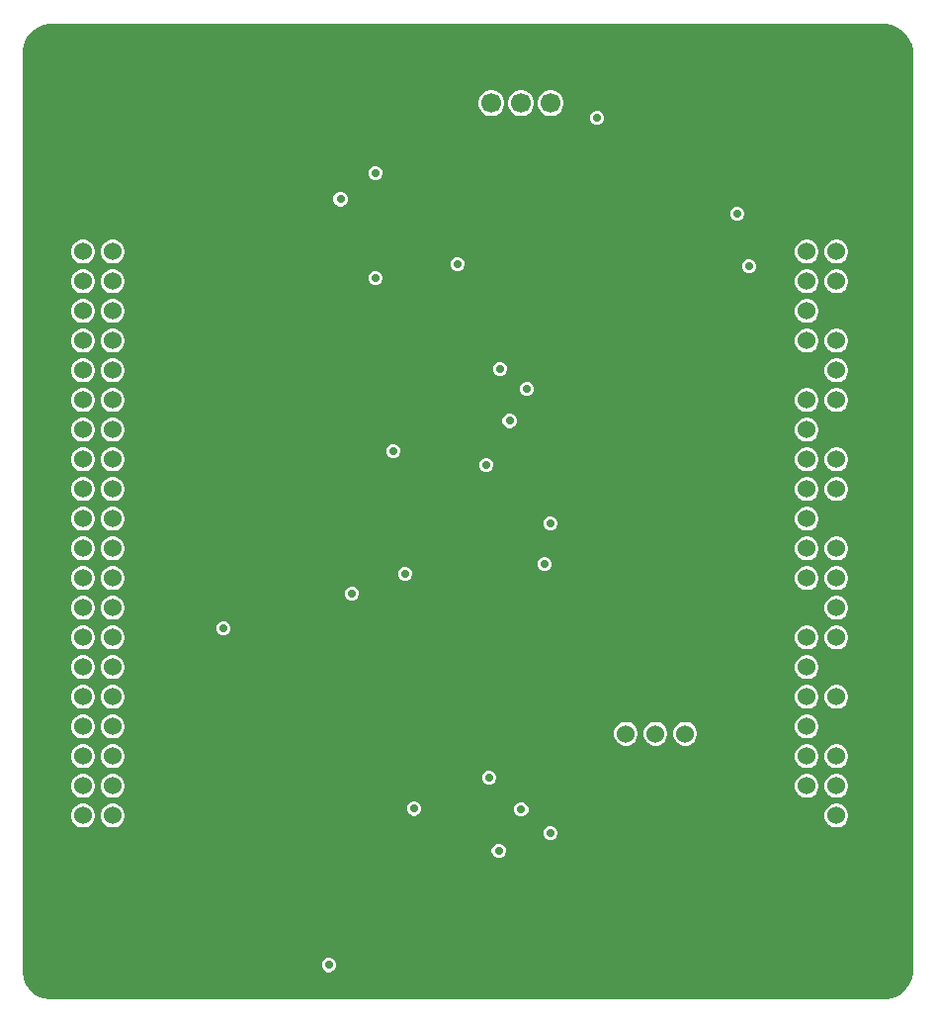
<source format=gbr>
%TF.GenerationSoftware,Altium Limited,Altium Designer,23.3.1 (30)*%
G04 Layer_Physical_Order=3*
G04 Layer_Color=16440176*
%FSLAX45Y45*%
%MOMM*%
%TF.SameCoordinates,CA382BF2-D798-45FE-BEC5-AB2A3CF063FF*%
%TF.FilePolarity,Positive*%
%TF.FileFunction,Copper,L3,Inr,Signal*%
%TF.Part,Single*%
G01*
G75*
%TA.AperFunction,ComponentPad*%
%ADD23C,1.70000*%
%ADD24C,1.52400*%
%TA.AperFunction,ViaPad*%
%ADD26C,4.00000*%
%ADD27C,0.70000*%
%ADD28C,0.80000*%
G36*
X13375214Y11164721D02*
X13421501Y11145606D01*
X13463164Y11117820D01*
X13498601Y11082434D01*
X13526445Y11040810D01*
X13545625Y10994550D01*
X13555405Y10945435D01*
X13555405Y10920395D01*
X13555405D01*
X13555405Y10920394D01*
X13555405Y3078395D01*
X13555405Y3053378D01*
X13545644Y3004306D01*
X13526495Y2958081D01*
X13498698Y2916479D01*
X13463319Y2881100D01*
X13421719Y2853303D01*
X13375493Y2834156D01*
X13326421Y2824395D01*
X13301404Y2824395D01*
X6179605D01*
X6154588Y2824395D01*
X6105516Y2834156D01*
X6059291Y2853303D01*
X6017690Y2881100D01*
X5982310Y2916479D01*
X5954513Y2958081D01*
X5935366Y3004306D01*
X5925605Y3053378D01*
X5925605Y3078395D01*
Y10920395D01*
X5925605Y10945412D01*
X5935366Y10994484D01*
X5954513Y11040709D01*
X5982310Y11082310D01*
X6017690Y11117689D01*
X6059291Y11145486D01*
X6105516Y11164633D01*
X6154588Y11174394D01*
X6179605D01*
X6179605Y11174395D01*
X13301045Y11174394D01*
X13326085Y11174430D01*
X13375214Y11164721D01*
D02*
G37*
%LPC*%
G36*
X10467889Y10605400D02*
X10438820D01*
X10410741Y10597876D01*
X10385567Y10583342D01*
X10365012Y10562787D01*
X10350478Y10537613D01*
X10342954Y10509534D01*
Y10480466D01*
X10350478Y10452387D01*
X10365012Y10427213D01*
X10385567Y10406658D01*
X10410741Y10392124D01*
X10438820Y10384600D01*
X10467889D01*
X10495967Y10392124D01*
X10521142Y10406658D01*
X10541696Y10427213D01*
X10556231Y10452387D01*
X10563754Y10480466D01*
Y10509534D01*
X10556231Y10537613D01*
X10541696Y10562787D01*
X10521142Y10583342D01*
X10495967Y10597876D01*
X10467889Y10605400D01*
D02*
G37*
G36*
X10213889D02*
X10184820D01*
X10156741Y10597876D01*
X10131567Y10583342D01*
X10111012Y10562787D01*
X10096478Y10537613D01*
X10088954Y10509534D01*
Y10480466D01*
X10096478Y10452387D01*
X10111012Y10427213D01*
X10131567Y10406658D01*
X10156741Y10392124D01*
X10184820Y10384600D01*
X10213889D01*
X10241967Y10392124D01*
X10267142Y10406658D01*
X10287696Y10427213D01*
X10302231Y10452387D01*
X10309754Y10480466D01*
Y10509534D01*
X10302231Y10537613D01*
X10287696Y10562787D01*
X10267142Y10583342D01*
X10241967Y10597876D01*
X10213889Y10605400D01*
D02*
G37*
G36*
X9959889D02*
X9930820D01*
X9902741Y10597876D01*
X9877567Y10583342D01*
X9857012Y10562787D01*
X9842478Y10537613D01*
X9834954Y10509534D01*
Y10480466D01*
X9842478Y10452387D01*
X9857012Y10427213D01*
X9877567Y10406658D01*
X9902741Y10392124D01*
X9930820Y10384600D01*
X9959889D01*
X9987967Y10392124D01*
X10013142Y10406658D01*
X10033696Y10427213D01*
X10048231Y10452387D01*
X10055754Y10480466D01*
Y10509534D01*
X10048231Y10537613D01*
X10033696Y10562787D01*
X10013142Y10583342D01*
X9987967Y10597876D01*
X9959889Y10605400D01*
D02*
G37*
G36*
X10861368Y10430400D02*
X10837340D01*
X10815140Y10421205D01*
X10798150Y10404214D01*
X10788954Y10382014D01*
Y10357986D01*
X10798150Y10335786D01*
X10815140Y10318795D01*
X10837340Y10309600D01*
X10861368D01*
X10883568Y10318795D01*
X10900559Y10335786D01*
X10909754Y10357986D01*
Y10382014D01*
X10900559Y10404214D01*
X10883568Y10421205D01*
X10861368Y10430400D01*
D02*
G37*
G36*
X8962014Y9960400D02*
X8937986D01*
X8915786Y9951205D01*
X8898795Y9934214D01*
X8889600Y9912014D01*
Y9887986D01*
X8898795Y9865786D01*
X8915786Y9848795D01*
X8937986Y9839600D01*
X8962014D01*
X8984214Y9848795D01*
X9001205Y9865786D01*
X9010400Y9887986D01*
Y9912014D01*
X9001205Y9934214D01*
X8984214Y9951205D01*
X8962014Y9960400D01*
D02*
G37*
G36*
X8663863Y9733748D02*
X8639834D01*
X8617635Y9724553D01*
X8600644Y9707562D01*
X8591449Y9685362D01*
Y9661334D01*
X8600644Y9639134D01*
X8617635Y9622144D01*
X8639834Y9612948D01*
X8663863D01*
X8686062Y9622144D01*
X8703053Y9639134D01*
X8712249Y9661334D01*
Y9685362D01*
X8703053Y9707562D01*
X8686062Y9724553D01*
X8663863Y9733748D01*
D02*
G37*
G36*
X12062014Y9610400D02*
X12037986D01*
X12015786Y9601205D01*
X11998795Y9584214D01*
X11989600Y9562014D01*
Y9537986D01*
X11998795Y9515786D01*
X12015786Y9498795D01*
X12037986Y9489600D01*
X12062014D01*
X12084214Y9498795D01*
X12101205Y9515786D01*
X12110400Y9537986D01*
Y9562014D01*
X12101205Y9584214D01*
X12084214Y9601205D01*
X12062014Y9610400D01*
D02*
G37*
G36*
X12913376Y9325600D02*
X12886624D01*
X12860783Y9318676D01*
X12837616Y9305300D01*
X12818700Y9286384D01*
X12805324Y9263216D01*
X12798400Y9237376D01*
Y9210624D01*
X12805324Y9184784D01*
X12818700Y9161616D01*
X12837616Y9142700D01*
X12860783Y9129324D01*
X12886624Y9122400D01*
X12913376D01*
X12939217Y9129324D01*
X12962384Y9142700D01*
X12981300Y9161616D01*
X12994676Y9184784D01*
X13001601Y9210624D01*
Y9237376D01*
X12994676Y9263216D01*
X12981300Y9286384D01*
X12962384Y9305300D01*
X12939217Y9318676D01*
X12913376Y9325600D01*
D02*
G37*
G36*
X12659376D02*
X12632624D01*
X12606784Y9318676D01*
X12583616Y9305300D01*
X12564700Y9286384D01*
X12551324Y9263216D01*
X12544400Y9237376D01*
Y9210624D01*
X12551324Y9184784D01*
X12564700Y9161616D01*
X12583616Y9142700D01*
X12606784Y9129324D01*
X12632624Y9122400D01*
X12659376D01*
X12685216Y9129324D01*
X12708384Y9142700D01*
X12727300Y9161616D01*
X12740676Y9184784D01*
X12747600Y9210624D01*
Y9237376D01*
X12740676Y9263216D01*
X12727300Y9286384D01*
X12708384Y9305300D01*
X12685216Y9318676D01*
X12659376Y9325600D01*
D02*
G37*
G36*
X6713376D02*
X6686624D01*
X6660784Y9318676D01*
X6637616Y9305300D01*
X6618700Y9286384D01*
X6605324Y9263216D01*
X6598400Y9237376D01*
Y9210624D01*
X6605324Y9184784D01*
X6618700Y9161616D01*
X6637616Y9142700D01*
X6660784Y9129324D01*
X6686624Y9122400D01*
X6713376D01*
X6739216Y9129324D01*
X6762384Y9142700D01*
X6781300Y9161616D01*
X6794676Y9184784D01*
X6801600Y9210624D01*
Y9237376D01*
X6794676Y9263216D01*
X6781300Y9286384D01*
X6762384Y9305300D01*
X6739216Y9318676D01*
X6713376Y9325600D01*
D02*
G37*
G36*
X6459376D02*
X6432624D01*
X6406784Y9318676D01*
X6383616Y9305300D01*
X6364700Y9286384D01*
X6351324Y9263216D01*
X6344400Y9237376D01*
Y9210624D01*
X6351324Y9184784D01*
X6364700Y9161616D01*
X6383616Y9142700D01*
X6406784Y9129324D01*
X6432624Y9122400D01*
X6459376D01*
X6485216Y9129324D01*
X6508384Y9142700D01*
X6527300Y9161616D01*
X6540676Y9184784D01*
X6547600Y9210624D01*
Y9237376D01*
X6540676Y9263216D01*
X6527300Y9286384D01*
X6508384Y9305300D01*
X6485216Y9318676D01*
X6459376Y9325600D01*
D02*
G37*
G36*
X9665369Y9180400D02*
X9641340D01*
X9619141Y9171205D01*
X9602150Y9154214D01*
X9592954Y9132014D01*
Y9107986D01*
X9602150Y9085786D01*
X9619141Y9068795D01*
X9641340Y9059600D01*
X9665369D01*
X9687568Y9068795D01*
X9704559Y9085786D01*
X9713754Y9107986D01*
Y9132014D01*
X9704559Y9154214D01*
X9687568Y9171205D01*
X9665369Y9180400D01*
D02*
G37*
G36*
X12162014Y9160400D02*
X12137986D01*
X12115786Y9151205D01*
X12098795Y9134214D01*
X12089600Y9112014D01*
Y9087986D01*
X12098795Y9065786D01*
X12115786Y9048795D01*
X12137986Y9039600D01*
X12162014D01*
X12184214Y9048795D01*
X12201205Y9065786D01*
X12210400Y9087986D01*
Y9112014D01*
X12201205Y9134214D01*
X12184214Y9151205D01*
X12162014Y9160400D01*
D02*
G37*
G36*
X8962014Y9060400D02*
X8937986D01*
X8915786Y9051205D01*
X8898795Y9034214D01*
X8889600Y9012014D01*
Y8987986D01*
X8898795Y8965786D01*
X8915786Y8948795D01*
X8937986Y8939600D01*
X8962014D01*
X8984214Y8948795D01*
X9001205Y8965786D01*
X9010400Y8987986D01*
Y9012014D01*
X9001205Y9034214D01*
X8984214Y9051205D01*
X8962014Y9060400D01*
D02*
G37*
G36*
X12913376Y9071600D02*
X12886624D01*
X12860783Y9064676D01*
X12837616Y9051300D01*
X12818700Y9032384D01*
X12805324Y9009216D01*
X12798400Y8983376D01*
Y8956624D01*
X12805324Y8930784D01*
X12818700Y8907616D01*
X12837616Y8888700D01*
X12860783Y8875324D01*
X12886624Y8868400D01*
X12913376D01*
X12939217Y8875324D01*
X12962384Y8888700D01*
X12981300Y8907616D01*
X12994676Y8930784D01*
X13001601Y8956624D01*
Y8983376D01*
X12994676Y9009216D01*
X12981300Y9032384D01*
X12962384Y9051300D01*
X12939217Y9064676D01*
X12913376Y9071600D01*
D02*
G37*
G36*
X12659376D02*
X12632624D01*
X12606784Y9064676D01*
X12583616Y9051300D01*
X12564700Y9032384D01*
X12551324Y9009216D01*
X12544400Y8983376D01*
Y8956624D01*
X12551324Y8930784D01*
X12564700Y8907616D01*
X12583616Y8888700D01*
X12606784Y8875324D01*
X12632624Y8868400D01*
X12659376D01*
X12685216Y8875324D01*
X12708384Y8888700D01*
X12727300Y8907616D01*
X12740676Y8930784D01*
X12747600Y8956624D01*
Y8983376D01*
X12740676Y9009216D01*
X12727300Y9032384D01*
X12708384Y9051300D01*
X12685216Y9064676D01*
X12659376Y9071600D01*
D02*
G37*
G36*
X6713376D02*
X6686624D01*
X6660784Y9064676D01*
X6637616Y9051300D01*
X6618700Y9032384D01*
X6605324Y9009216D01*
X6598400Y8983376D01*
Y8956624D01*
X6605324Y8930784D01*
X6618700Y8907616D01*
X6637616Y8888700D01*
X6660784Y8875324D01*
X6686624Y8868400D01*
X6713376D01*
X6739216Y8875324D01*
X6762384Y8888700D01*
X6781300Y8907616D01*
X6794676Y8930784D01*
X6801600Y8956624D01*
Y8983376D01*
X6794676Y9009216D01*
X6781300Y9032384D01*
X6762384Y9051300D01*
X6739216Y9064676D01*
X6713376Y9071600D01*
D02*
G37*
G36*
X6459376D02*
X6432624D01*
X6406784Y9064676D01*
X6383616Y9051300D01*
X6364700Y9032384D01*
X6351324Y9009216D01*
X6344400Y8983376D01*
Y8956624D01*
X6351324Y8930784D01*
X6364700Y8907616D01*
X6383616Y8888700D01*
X6406784Y8875324D01*
X6432624Y8868400D01*
X6459376D01*
X6485216Y8875324D01*
X6508384Y8888700D01*
X6527300Y8907616D01*
X6540676Y8930784D01*
X6547600Y8956624D01*
Y8983376D01*
X6540676Y9009216D01*
X6527300Y9032384D01*
X6508384Y9051300D01*
X6485216Y9064676D01*
X6459376Y9071600D01*
D02*
G37*
G36*
X12659376Y8817600D02*
X12632624D01*
X12606784Y8810676D01*
X12583616Y8797300D01*
X12564700Y8778384D01*
X12551324Y8755216D01*
X12544400Y8729376D01*
Y8702624D01*
X12551324Y8676784D01*
X12564700Y8653616D01*
X12583616Y8634700D01*
X12606784Y8621324D01*
X12632624Y8614400D01*
X12659376D01*
X12685216Y8621324D01*
X12708384Y8634700D01*
X12727300Y8653616D01*
X12740676Y8676784D01*
X12747600Y8702624D01*
Y8729376D01*
X12740676Y8755216D01*
X12727300Y8778384D01*
X12708384Y8797300D01*
X12685216Y8810676D01*
X12659376Y8817600D01*
D02*
G37*
G36*
X6713376D02*
X6686624D01*
X6660784Y8810676D01*
X6637616Y8797300D01*
X6618700Y8778384D01*
X6605324Y8755216D01*
X6598400Y8729376D01*
Y8702624D01*
X6605324Y8676784D01*
X6618700Y8653616D01*
X6637616Y8634700D01*
X6660784Y8621324D01*
X6686624Y8614400D01*
X6713376D01*
X6739216Y8621324D01*
X6762384Y8634700D01*
X6781300Y8653616D01*
X6794676Y8676784D01*
X6801600Y8702624D01*
Y8729376D01*
X6794676Y8755216D01*
X6781300Y8778384D01*
X6762384Y8797300D01*
X6739216Y8810676D01*
X6713376Y8817600D01*
D02*
G37*
G36*
X6459376D02*
X6432624D01*
X6406784Y8810676D01*
X6383616Y8797300D01*
X6364700Y8778384D01*
X6351324Y8755216D01*
X6344400Y8729376D01*
Y8702624D01*
X6351324Y8676784D01*
X6364700Y8653616D01*
X6383616Y8634700D01*
X6406784Y8621324D01*
X6432624Y8614400D01*
X6459376D01*
X6485216Y8621324D01*
X6508384Y8634700D01*
X6527300Y8653616D01*
X6540676Y8676784D01*
X6547600Y8702624D01*
Y8729376D01*
X6540676Y8755216D01*
X6527300Y8778384D01*
X6508384Y8797300D01*
X6485216Y8810676D01*
X6459376Y8817600D01*
D02*
G37*
G36*
X12913376Y8563600D02*
X12886624D01*
X12860783Y8556676D01*
X12837616Y8543300D01*
X12818700Y8524384D01*
X12805324Y8501216D01*
X12798400Y8475376D01*
Y8448624D01*
X12805324Y8422784D01*
X12818700Y8399616D01*
X12837616Y8380700D01*
X12860783Y8367324D01*
X12886624Y8360400D01*
X12913376D01*
X12939217Y8367324D01*
X12962384Y8380700D01*
X12981300Y8399616D01*
X12994676Y8422784D01*
X13001601Y8448624D01*
Y8475376D01*
X12994676Y8501216D01*
X12981300Y8524384D01*
X12962384Y8543300D01*
X12939217Y8556676D01*
X12913376Y8563600D01*
D02*
G37*
G36*
X12659376D02*
X12632624D01*
X12606784Y8556676D01*
X12583616Y8543300D01*
X12564700Y8524384D01*
X12551324Y8501216D01*
X12544400Y8475376D01*
Y8448624D01*
X12551324Y8422784D01*
X12564700Y8399616D01*
X12583616Y8380700D01*
X12606784Y8367324D01*
X12632624Y8360400D01*
X12659376D01*
X12685216Y8367324D01*
X12708384Y8380700D01*
X12727300Y8399616D01*
X12740676Y8422784D01*
X12747600Y8448624D01*
Y8475376D01*
X12740676Y8501216D01*
X12727300Y8524384D01*
X12708384Y8543300D01*
X12685216Y8556676D01*
X12659376Y8563600D01*
D02*
G37*
G36*
X6713376D02*
X6686624D01*
X6660784Y8556676D01*
X6637616Y8543300D01*
X6618700Y8524384D01*
X6605324Y8501216D01*
X6598400Y8475376D01*
Y8448624D01*
X6605324Y8422784D01*
X6618700Y8399616D01*
X6637616Y8380700D01*
X6660784Y8367324D01*
X6686624Y8360400D01*
X6713376D01*
X6739216Y8367324D01*
X6762384Y8380700D01*
X6781300Y8399616D01*
X6794676Y8422784D01*
X6801600Y8448624D01*
Y8475376D01*
X6794676Y8501216D01*
X6781300Y8524384D01*
X6762384Y8543300D01*
X6739216Y8556676D01*
X6713376Y8563600D01*
D02*
G37*
G36*
X6459376D02*
X6432624D01*
X6406784Y8556676D01*
X6383616Y8543300D01*
X6364700Y8524384D01*
X6351324Y8501216D01*
X6344400Y8475376D01*
Y8448624D01*
X6351324Y8422784D01*
X6364700Y8399616D01*
X6383616Y8380700D01*
X6406784Y8367324D01*
X6432624Y8360400D01*
X6459376D01*
X6485216Y8367324D01*
X6508384Y8380700D01*
X6527300Y8399616D01*
X6540676Y8422784D01*
X6547600Y8448624D01*
Y8475376D01*
X6540676Y8501216D01*
X6527300Y8524384D01*
X6508384Y8543300D01*
X6485216Y8556676D01*
X6459376Y8563600D01*
D02*
G37*
G36*
X10030041Y8283104D02*
X10006013D01*
X9983813Y8273909D01*
X9966823Y8256918D01*
X9957627Y8234718D01*
Y8210690D01*
X9966823Y8188490D01*
X9983813Y8171499D01*
X10006013Y8162304D01*
X10030041D01*
X10052241Y8171499D01*
X10069232Y8188490D01*
X10078427Y8210690D01*
Y8234718D01*
X10069232Y8256918D01*
X10052241Y8273909D01*
X10030041Y8283104D01*
D02*
G37*
G36*
X12913376Y8309600D02*
X12886624D01*
X12860783Y8302676D01*
X12837616Y8289300D01*
X12818700Y8270384D01*
X12805324Y8247216D01*
X12798400Y8221376D01*
Y8194624D01*
X12805324Y8168784D01*
X12818700Y8145616D01*
X12837616Y8126700D01*
X12860783Y8113324D01*
X12886624Y8106400D01*
X12913376D01*
X12939217Y8113324D01*
X12962384Y8126700D01*
X12981300Y8145616D01*
X12994676Y8168784D01*
X13001601Y8194624D01*
Y8221376D01*
X12994676Y8247216D01*
X12981300Y8270384D01*
X12962384Y8289300D01*
X12939217Y8302676D01*
X12913376Y8309600D01*
D02*
G37*
G36*
X6713376D02*
X6686624D01*
X6660784Y8302676D01*
X6637616Y8289300D01*
X6618700Y8270384D01*
X6605324Y8247216D01*
X6598400Y8221376D01*
Y8194624D01*
X6605324Y8168784D01*
X6618700Y8145616D01*
X6637616Y8126700D01*
X6660784Y8113324D01*
X6686624Y8106400D01*
X6713376D01*
X6739216Y8113324D01*
X6762384Y8126700D01*
X6781300Y8145616D01*
X6794676Y8168784D01*
X6801600Y8194624D01*
Y8221376D01*
X6794676Y8247216D01*
X6781300Y8270384D01*
X6762384Y8289300D01*
X6739216Y8302676D01*
X6713376Y8309600D01*
D02*
G37*
G36*
X6459376D02*
X6432624D01*
X6406784Y8302676D01*
X6383616Y8289300D01*
X6364700Y8270384D01*
X6351324Y8247216D01*
X6344400Y8221376D01*
Y8194624D01*
X6351324Y8168784D01*
X6364700Y8145616D01*
X6383616Y8126700D01*
X6406784Y8113324D01*
X6432624Y8106400D01*
X6459376D01*
X6485216Y8113324D01*
X6508384Y8126700D01*
X6527300Y8145616D01*
X6540676Y8168784D01*
X6547600Y8194624D01*
Y8221376D01*
X6540676Y8247216D01*
X6527300Y8270384D01*
X6508384Y8289300D01*
X6485216Y8302676D01*
X6459376Y8309600D01*
D02*
G37*
G36*
X10262014Y8110400D02*
X10237986D01*
X10215786Y8101205D01*
X10198795Y8084214D01*
X10189600Y8062014D01*
Y8037986D01*
X10198795Y8015786D01*
X10215786Y7998795D01*
X10237986Y7989600D01*
X10262014D01*
X10284214Y7998795D01*
X10301205Y8015786D01*
X10310400Y8037986D01*
Y8062014D01*
X10301205Y8084214D01*
X10284214Y8101205D01*
X10262014Y8110400D01*
D02*
G37*
G36*
X12913376Y8055600D02*
X12886624D01*
X12860783Y8048676D01*
X12837616Y8035300D01*
X12818700Y8016384D01*
X12805324Y7993216D01*
X12798400Y7967376D01*
Y7940624D01*
X12805324Y7914784D01*
X12818700Y7891616D01*
X12837616Y7872700D01*
X12860783Y7859324D01*
X12886624Y7852400D01*
X12913376D01*
X12939217Y7859324D01*
X12962384Y7872700D01*
X12981300Y7891616D01*
X12994676Y7914784D01*
X13001601Y7940624D01*
Y7967376D01*
X12994676Y7993216D01*
X12981300Y8016384D01*
X12962384Y8035300D01*
X12939217Y8048676D01*
X12913376Y8055600D01*
D02*
G37*
G36*
X12659376D02*
X12632624D01*
X12606784Y8048676D01*
X12583616Y8035300D01*
X12564700Y8016384D01*
X12551324Y7993216D01*
X12544400Y7967376D01*
Y7940624D01*
X12551324Y7914784D01*
X12564700Y7891616D01*
X12583616Y7872700D01*
X12606784Y7859324D01*
X12632624Y7852400D01*
X12659376D01*
X12685216Y7859324D01*
X12708384Y7872700D01*
X12727300Y7891616D01*
X12740676Y7914784D01*
X12747600Y7940624D01*
Y7967376D01*
X12740676Y7993216D01*
X12727300Y8016384D01*
X12708384Y8035300D01*
X12685216Y8048676D01*
X12659376Y8055600D01*
D02*
G37*
G36*
X6713376D02*
X6686624D01*
X6660784Y8048676D01*
X6637616Y8035300D01*
X6618700Y8016384D01*
X6605324Y7993216D01*
X6598400Y7967376D01*
Y7940624D01*
X6605324Y7914784D01*
X6618700Y7891616D01*
X6637616Y7872700D01*
X6660784Y7859324D01*
X6686624Y7852400D01*
X6713376D01*
X6739216Y7859324D01*
X6762384Y7872700D01*
X6781300Y7891616D01*
X6794676Y7914784D01*
X6801600Y7940624D01*
Y7967376D01*
X6794676Y7993216D01*
X6781300Y8016384D01*
X6762384Y8035300D01*
X6739216Y8048676D01*
X6713376Y8055600D01*
D02*
G37*
G36*
X6459376D02*
X6432624D01*
X6406784Y8048676D01*
X6383616Y8035300D01*
X6364700Y8016384D01*
X6351324Y7993216D01*
X6344400Y7967376D01*
Y7940624D01*
X6351324Y7914784D01*
X6364700Y7891616D01*
X6383616Y7872700D01*
X6406784Y7859324D01*
X6432624Y7852400D01*
X6459376D01*
X6485216Y7859324D01*
X6508384Y7872700D01*
X6527300Y7891616D01*
X6540676Y7914784D01*
X6547600Y7940624D01*
Y7967376D01*
X6540676Y7993216D01*
X6527300Y8016384D01*
X6508384Y8035300D01*
X6485216Y8048676D01*
X6459376Y8055600D01*
D02*
G37*
G36*
X10112014Y7837400D02*
X10087986D01*
X10065786Y7828205D01*
X10048795Y7811214D01*
X10039600Y7789014D01*
Y7764986D01*
X10048795Y7742786D01*
X10065786Y7725796D01*
X10087986Y7716600D01*
X10112014D01*
X10134214Y7725796D01*
X10151205Y7742786D01*
X10160400Y7764986D01*
Y7789014D01*
X10151205Y7811214D01*
X10134214Y7828205D01*
X10112014Y7837400D01*
D02*
G37*
G36*
X12659376Y7801600D02*
X12632624D01*
X12606784Y7794676D01*
X12583616Y7781300D01*
X12564700Y7762384D01*
X12551324Y7739216D01*
X12544400Y7713376D01*
Y7686624D01*
X12551324Y7660784D01*
X12564700Y7637616D01*
X12583616Y7618700D01*
X12606784Y7605324D01*
X12632624Y7598400D01*
X12659376D01*
X12685216Y7605324D01*
X12708384Y7618700D01*
X12727300Y7637616D01*
X12740676Y7660784D01*
X12747600Y7686624D01*
Y7713376D01*
X12740676Y7739216D01*
X12727300Y7762384D01*
X12708384Y7781300D01*
X12685216Y7794676D01*
X12659376Y7801600D01*
D02*
G37*
G36*
X6713376D02*
X6686624D01*
X6660784Y7794676D01*
X6637616Y7781300D01*
X6618700Y7762384D01*
X6605324Y7739216D01*
X6598400Y7713376D01*
Y7686624D01*
X6605324Y7660784D01*
X6618700Y7637616D01*
X6637616Y7618700D01*
X6660784Y7605324D01*
X6686624Y7598400D01*
X6713376D01*
X6739216Y7605324D01*
X6762384Y7618700D01*
X6781300Y7637616D01*
X6794676Y7660784D01*
X6801600Y7686624D01*
Y7713376D01*
X6794676Y7739216D01*
X6781300Y7762384D01*
X6762384Y7781300D01*
X6739216Y7794676D01*
X6713376Y7801600D01*
D02*
G37*
G36*
X6459376D02*
X6432624D01*
X6406784Y7794676D01*
X6383616Y7781300D01*
X6364700Y7762384D01*
X6351324Y7739216D01*
X6344400Y7713376D01*
Y7686624D01*
X6351324Y7660784D01*
X6364700Y7637616D01*
X6383616Y7618700D01*
X6406784Y7605324D01*
X6432624Y7598400D01*
X6459376D01*
X6485216Y7605324D01*
X6508384Y7618700D01*
X6527300Y7637616D01*
X6540676Y7660784D01*
X6547600Y7686624D01*
Y7713376D01*
X6540676Y7739216D01*
X6527300Y7762384D01*
X6508384Y7781300D01*
X6485216Y7794676D01*
X6459376Y7801600D01*
D02*
G37*
G36*
X9115368Y7580400D02*
X9091340D01*
X9069140Y7571205D01*
X9052150Y7554214D01*
X9042954Y7532014D01*
Y7507986D01*
X9052150Y7485786D01*
X9069140Y7468795D01*
X9091340Y7459600D01*
X9115368D01*
X9137568Y7468795D01*
X9154559Y7485786D01*
X9163754Y7507986D01*
Y7532014D01*
X9154559Y7554214D01*
X9137568Y7571205D01*
X9115368Y7580400D01*
D02*
G37*
G36*
X12913376Y7547600D02*
X12886624D01*
X12860783Y7540676D01*
X12837616Y7527300D01*
X12818700Y7508384D01*
X12805324Y7485216D01*
X12798400Y7459376D01*
Y7432624D01*
X12805324Y7406784D01*
X12818700Y7383616D01*
X12837616Y7364700D01*
X12860783Y7351324D01*
X12886624Y7344400D01*
X12913376D01*
X12939217Y7351324D01*
X12962384Y7364700D01*
X12981300Y7383616D01*
X12994676Y7406784D01*
X13001601Y7432624D01*
Y7459376D01*
X12994676Y7485216D01*
X12981300Y7508384D01*
X12962384Y7527300D01*
X12939217Y7540676D01*
X12913376Y7547600D01*
D02*
G37*
G36*
X12659376D02*
X12632624D01*
X12606784Y7540676D01*
X12583616Y7527300D01*
X12564700Y7508384D01*
X12551324Y7485216D01*
X12544400Y7459376D01*
Y7432624D01*
X12551324Y7406784D01*
X12564700Y7383616D01*
X12583616Y7364700D01*
X12606784Y7351324D01*
X12632624Y7344400D01*
X12659376D01*
X12685216Y7351324D01*
X12708384Y7364700D01*
X12727300Y7383616D01*
X12740676Y7406784D01*
X12747600Y7432624D01*
Y7459376D01*
X12740676Y7485216D01*
X12727300Y7508384D01*
X12708384Y7527300D01*
X12685216Y7540676D01*
X12659376Y7547600D01*
D02*
G37*
G36*
X6713376D02*
X6686624D01*
X6660784Y7540676D01*
X6637616Y7527300D01*
X6618700Y7508384D01*
X6605324Y7485216D01*
X6598400Y7459376D01*
Y7432624D01*
X6605324Y7406784D01*
X6618700Y7383616D01*
X6637616Y7364700D01*
X6660784Y7351324D01*
X6686624Y7344400D01*
X6713376D01*
X6739216Y7351324D01*
X6762384Y7364700D01*
X6781300Y7383616D01*
X6794676Y7406784D01*
X6801600Y7432624D01*
Y7459376D01*
X6794676Y7485216D01*
X6781300Y7508384D01*
X6762384Y7527300D01*
X6739216Y7540676D01*
X6713376Y7547600D01*
D02*
G37*
G36*
X6459376D02*
X6432624D01*
X6406784Y7540676D01*
X6383616Y7527300D01*
X6364700Y7508384D01*
X6351324Y7485216D01*
X6344400Y7459376D01*
Y7432624D01*
X6351324Y7406784D01*
X6364700Y7383616D01*
X6383616Y7364700D01*
X6406784Y7351324D01*
X6432624Y7344400D01*
X6459376D01*
X6485216Y7351324D01*
X6508384Y7364700D01*
X6527300Y7383616D01*
X6540676Y7406784D01*
X6547600Y7432624D01*
Y7459376D01*
X6540676Y7485216D01*
X6527300Y7508384D01*
X6508384Y7527300D01*
X6485216Y7540676D01*
X6459376Y7547600D01*
D02*
G37*
G36*
X9912014Y7460400D02*
X9887986D01*
X9865786Y7451205D01*
X9848795Y7434214D01*
X9839600Y7412014D01*
Y7387986D01*
X9848795Y7365786D01*
X9865786Y7348795D01*
X9887986Y7339600D01*
X9912014D01*
X9934214Y7348795D01*
X9951205Y7365786D01*
X9960400Y7387986D01*
Y7412014D01*
X9951205Y7434214D01*
X9934214Y7451205D01*
X9912014Y7460400D01*
D02*
G37*
G36*
X12913376Y7293600D02*
X12886624D01*
X12860783Y7286676D01*
X12837616Y7273300D01*
X12818700Y7254384D01*
X12805324Y7231216D01*
X12798400Y7205376D01*
Y7178624D01*
X12805324Y7152784D01*
X12818700Y7129616D01*
X12837616Y7110700D01*
X12860783Y7097324D01*
X12886624Y7090400D01*
X12913376D01*
X12939217Y7097324D01*
X12962384Y7110700D01*
X12981300Y7129616D01*
X12994676Y7152784D01*
X13001601Y7178624D01*
Y7205376D01*
X12994676Y7231216D01*
X12981300Y7254384D01*
X12962384Y7273300D01*
X12939217Y7286676D01*
X12913376Y7293600D01*
D02*
G37*
G36*
X12659376D02*
X12632624D01*
X12606784Y7286676D01*
X12583616Y7273300D01*
X12564700Y7254384D01*
X12551324Y7231216D01*
X12544400Y7205376D01*
Y7178624D01*
X12551324Y7152784D01*
X12564700Y7129616D01*
X12583616Y7110700D01*
X12606784Y7097324D01*
X12632624Y7090400D01*
X12659376D01*
X12685216Y7097324D01*
X12708384Y7110700D01*
X12727300Y7129616D01*
X12740676Y7152784D01*
X12747600Y7178624D01*
Y7205376D01*
X12740676Y7231216D01*
X12727300Y7254384D01*
X12708384Y7273300D01*
X12685216Y7286676D01*
X12659376Y7293600D01*
D02*
G37*
G36*
X6713376D02*
X6686624D01*
X6660784Y7286676D01*
X6637616Y7273300D01*
X6618700Y7254384D01*
X6605324Y7231216D01*
X6598400Y7205376D01*
Y7178624D01*
X6605324Y7152784D01*
X6618700Y7129616D01*
X6637616Y7110700D01*
X6660784Y7097324D01*
X6686624Y7090400D01*
X6713376D01*
X6739216Y7097324D01*
X6762384Y7110700D01*
X6781300Y7129616D01*
X6794676Y7152784D01*
X6801600Y7178624D01*
Y7205376D01*
X6794676Y7231216D01*
X6781300Y7254384D01*
X6762384Y7273300D01*
X6739216Y7286676D01*
X6713376Y7293600D01*
D02*
G37*
G36*
X6459376D02*
X6432624D01*
X6406784Y7286676D01*
X6383616Y7273300D01*
X6364700Y7254384D01*
X6351324Y7231216D01*
X6344400Y7205376D01*
Y7178624D01*
X6351324Y7152784D01*
X6364700Y7129616D01*
X6383616Y7110700D01*
X6406784Y7097324D01*
X6432624Y7090400D01*
X6459376D01*
X6485216Y7097324D01*
X6508384Y7110700D01*
X6527300Y7129616D01*
X6540676Y7152784D01*
X6547600Y7178624D01*
Y7205376D01*
X6540676Y7231216D01*
X6527300Y7254384D01*
X6508384Y7273300D01*
X6485216Y7286676D01*
X6459376Y7293600D01*
D02*
G37*
G36*
X10462014Y6960400D02*
X10437986D01*
X10415786Y6951205D01*
X10398795Y6934214D01*
X10389600Y6912014D01*
Y6887986D01*
X10398795Y6865786D01*
X10415786Y6848795D01*
X10437986Y6839600D01*
X10462014D01*
X10484214Y6848795D01*
X10501205Y6865786D01*
X10510400Y6887986D01*
Y6912014D01*
X10501205Y6934214D01*
X10484214Y6951205D01*
X10462014Y6960400D01*
D02*
G37*
G36*
X12659376Y7039600D02*
X12632624D01*
X12606784Y7032676D01*
X12583616Y7019300D01*
X12564700Y7000384D01*
X12551324Y6977216D01*
X12544400Y6951376D01*
Y6924624D01*
X12551324Y6898784D01*
X12564700Y6875616D01*
X12583616Y6856700D01*
X12606784Y6843324D01*
X12632624Y6836400D01*
X12659376D01*
X12685216Y6843324D01*
X12708384Y6856700D01*
X12727300Y6875616D01*
X12740676Y6898784D01*
X12747600Y6924624D01*
Y6951376D01*
X12740676Y6977216D01*
X12727300Y7000384D01*
X12708384Y7019300D01*
X12685216Y7032676D01*
X12659376Y7039600D01*
D02*
G37*
G36*
X6713376D02*
X6686624D01*
X6660784Y7032676D01*
X6637616Y7019300D01*
X6618700Y7000384D01*
X6605324Y6977216D01*
X6598400Y6951376D01*
Y6924624D01*
X6605324Y6898784D01*
X6618700Y6875616D01*
X6637616Y6856700D01*
X6660784Y6843324D01*
X6686624Y6836400D01*
X6713376D01*
X6739216Y6843324D01*
X6762384Y6856700D01*
X6781300Y6875616D01*
X6794676Y6898784D01*
X6801600Y6924624D01*
Y6951376D01*
X6794676Y6977216D01*
X6781300Y7000384D01*
X6762384Y7019300D01*
X6739216Y7032676D01*
X6713376Y7039600D01*
D02*
G37*
G36*
X6459376D02*
X6432624D01*
X6406784Y7032676D01*
X6383616Y7019300D01*
X6364700Y7000384D01*
X6351324Y6977216D01*
X6344400Y6951376D01*
Y6924624D01*
X6351324Y6898784D01*
X6364700Y6875616D01*
X6383616Y6856700D01*
X6406784Y6843324D01*
X6432624Y6836400D01*
X6459376D01*
X6485216Y6843324D01*
X6508384Y6856700D01*
X6527300Y6875616D01*
X6540676Y6898784D01*
X6547600Y6924624D01*
Y6951376D01*
X6540676Y6977216D01*
X6527300Y7000384D01*
X6508384Y7019300D01*
X6485216Y7032676D01*
X6459376Y7039600D01*
D02*
G37*
G36*
X12913376Y6785600D02*
X12886624D01*
X12860783Y6778676D01*
X12837616Y6765300D01*
X12818700Y6746384D01*
X12805324Y6723216D01*
X12798400Y6697376D01*
Y6670624D01*
X12805324Y6644784D01*
X12818700Y6621616D01*
X12837616Y6602700D01*
X12860783Y6589324D01*
X12886624Y6582400D01*
X12913376D01*
X12939217Y6589324D01*
X12962384Y6602700D01*
X12981300Y6621616D01*
X12994676Y6644784D01*
X13001601Y6670624D01*
Y6697376D01*
X12994676Y6723216D01*
X12981300Y6746384D01*
X12962384Y6765300D01*
X12939217Y6778676D01*
X12913376Y6785600D01*
D02*
G37*
G36*
X12659376D02*
X12632624D01*
X12606784Y6778676D01*
X12583616Y6765300D01*
X12564700Y6746384D01*
X12551324Y6723216D01*
X12544400Y6697376D01*
Y6670624D01*
X12551324Y6644784D01*
X12564700Y6621616D01*
X12583616Y6602700D01*
X12606784Y6589324D01*
X12632624Y6582400D01*
X12659376D01*
X12685216Y6589324D01*
X12708384Y6602700D01*
X12727300Y6621616D01*
X12740676Y6644784D01*
X12747600Y6670624D01*
Y6697376D01*
X12740676Y6723216D01*
X12727300Y6746384D01*
X12708384Y6765300D01*
X12685216Y6778676D01*
X12659376Y6785600D01*
D02*
G37*
G36*
X6713376D02*
X6686624D01*
X6660784Y6778676D01*
X6637616Y6765300D01*
X6618700Y6746384D01*
X6605324Y6723216D01*
X6598400Y6697376D01*
Y6670624D01*
X6605324Y6644784D01*
X6618700Y6621616D01*
X6637616Y6602700D01*
X6660784Y6589324D01*
X6686624Y6582400D01*
X6713376D01*
X6739216Y6589324D01*
X6762384Y6602700D01*
X6781300Y6621616D01*
X6794676Y6644784D01*
X6801600Y6670624D01*
Y6697376D01*
X6794676Y6723216D01*
X6781300Y6746384D01*
X6762384Y6765300D01*
X6739216Y6778676D01*
X6713376Y6785600D01*
D02*
G37*
G36*
X6459376D02*
X6432624D01*
X6406784Y6778676D01*
X6383616Y6765300D01*
X6364700Y6746384D01*
X6351324Y6723216D01*
X6344400Y6697376D01*
Y6670624D01*
X6351324Y6644784D01*
X6364700Y6621616D01*
X6383616Y6602700D01*
X6406784Y6589324D01*
X6432624Y6582400D01*
X6459376D01*
X6485216Y6589324D01*
X6508384Y6602700D01*
X6527300Y6621616D01*
X6540676Y6644784D01*
X6547600Y6670624D01*
Y6697376D01*
X6540676Y6723216D01*
X6527300Y6746384D01*
X6508384Y6765300D01*
X6485216Y6778676D01*
X6459376Y6785600D01*
D02*
G37*
G36*
X10412014Y6610400D02*
X10387986D01*
X10365786Y6601205D01*
X10348795Y6584214D01*
X10339600Y6562014D01*
Y6537986D01*
X10348795Y6515786D01*
X10365786Y6498795D01*
X10387986Y6489600D01*
X10412014D01*
X10434214Y6498795D01*
X10451205Y6515786D01*
X10460400Y6537986D01*
Y6562014D01*
X10451205Y6584214D01*
X10434214Y6601205D01*
X10412014Y6610400D01*
D02*
G37*
G36*
X9215368Y6530400D02*
X9191340D01*
X9169140Y6521205D01*
X9152150Y6504214D01*
X9142954Y6482014D01*
Y6457986D01*
X9152150Y6435786D01*
X9169140Y6418795D01*
X9191340Y6409600D01*
X9215368D01*
X9237568Y6418795D01*
X9254559Y6435786D01*
X9263754Y6457986D01*
Y6482014D01*
X9254559Y6504214D01*
X9237568Y6521205D01*
X9215368Y6530400D01*
D02*
G37*
G36*
X12913376Y6531600D02*
X12886624D01*
X12860783Y6524676D01*
X12837616Y6511300D01*
X12818700Y6492384D01*
X12805324Y6469216D01*
X12798400Y6443376D01*
Y6416624D01*
X12805324Y6390784D01*
X12818700Y6367616D01*
X12837616Y6348700D01*
X12860783Y6335324D01*
X12886624Y6328400D01*
X12913376D01*
X12939217Y6335324D01*
X12962384Y6348700D01*
X12981300Y6367616D01*
X12994676Y6390784D01*
X13001601Y6416624D01*
Y6443376D01*
X12994676Y6469216D01*
X12981300Y6492384D01*
X12962384Y6511300D01*
X12939217Y6524676D01*
X12913376Y6531600D01*
D02*
G37*
G36*
X12659376D02*
X12632624D01*
X12606784Y6524676D01*
X12583616Y6511300D01*
X12564700Y6492384D01*
X12551324Y6469216D01*
X12544400Y6443376D01*
Y6416624D01*
X12551324Y6390784D01*
X12564700Y6367616D01*
X12583616Y6348700D01*
X12606784Y6335324D01*
X12632624Y6328400D01*
X12659376D01*
X12685216Y6335324D01*
X12708384Y6348700D01*
X12727300Y6367616D01*
X12740676Y6390784D01*
X12747600Y6416624D01*
Y6443376D01*
X12740676Y6469216D01*
X12727300Y6492384D01*
X12708384Y6511300D01*
X12685216Y6524676D01*
X12659376Y6531600D01*
D02*
G37*
G36*
X6713376D02*
X6686624D01*
X6660784Y6524676D01*
X6637616Y6511300D01*
X6618700Y6492384D01*
X6605324Y6469216D01*
X6598400Y6443376D01*
Y6416624D01*
X6605324Y6390784D01*
X6618700Y6367616D01*
X6637616Y6348700D01*
X6660784Y6335324D01*
X6686624Y6328400D01*
X6713376D01*
X6739216Y6335324D01*
X6762384Y6348700D01*
X6781300Y6367616D01*
X6794676Y6390784D01*
X6801600Y6416624D01*
Y6443376D01*
X6794676Y6469216D01*
X6781300Y6492384D01*
X6762384Y6511300D01*
X6739216Y6524676D01*
X6713376Y6531600D01*
D02*
G37*
G36*
X6459376D02*
X6432624D01*
X6406784Y6524676D01*
X6383616Y6511300D01*
X6364700Y6492384D01*
X6351324Y6469216D01*
X6344400Y6443376D01*
Y6416624D01*
X6351324Y6390784D01*
X6364700Y6367616D01*
X6383616Y6348700D01*
X6406784Y6335324D01*
X6432624Y6328400D01*
X6459376D01*
X6485216Y6335324D01*
X6508384Y6348700D01*
X6527300Y6367616D01*
X6540676Y6390784D01*
X6547600Y6416624D01*
Y6443376D01*
X6540676Y6469216D01*
X6527300Y6492384D01*
X6508384Y6511300D01*
X6485216Y6524676D01*
X6459376Y6531600D01*
D02*
G37*
G36*
X8762014Y6360400D02*
X8737986D01*
X8715786Y6351205D01*
X8698795Y6334214D01*
X8689600Y6312014D01*
Y6287986D01*
X8698795Y6265786D01*
X8715786Y6248795D01*
X8737986Y6239600D01*
X8762014D01*
X8784214Y6248795D01*
X8801205Y6265786D01*
X8810400Y6287986D01*
Y6312014D01*
X8801205Y6334214D01*
X8784214Y6351205D01*
X8762014Y6360400D01*
D02*
G37*
G36*
X12913376Y6277600D02*
X12886624D01*
X12860783Y6270676D01*
X12837616Y6257300D01*
X12818700Y6238384D01*
X12805324Y6215216D01*
X12798400Y6189376D01*
Y6162624D01*
X12805324Y6136784D01*
X12818700Y6113616D01*
X12837616Y6094700D01*
X12860783Y6081324D01*
X12886624Y6074400D01*
X12913376D01*
X12939217Y6081324D01*
X12962384Y6094700D01*
X12981300Y6113616D01*
X12994676Y6136784D01*
X13001601Y6162624D01*
Y6189376D01*
X12994676Y6215216D01*
X12981300Y6238384D01*
X12962384Y6257300D01*
X12939217Y6270676D01*
X12913376Y6277600D01*
D02*
G37*
G36*
X6713376D02*
X6686624D01*
X6660784Y6270676D01*
X6637616Y6257300D01*
X6618700Y6238384D01*
X6605324Y6215216D01*
X6598400Y6189376D01*
Y6162624D01*
X6605324Y6136784D01*
X6618700Y6113616D01*
X6637616Y6094700D01*
X6660784Y6081324D01*
X6686624Y6074400D01*
X6713376D01*
X6739216Y6081324D01*
X6762384Y6094700D01*
X6781300Y6113616D01*
X6794676Y6136784D01*
X6801600Y6162624D01*
Y6189376D01*
X6794676Y6215216D01*
X6781300Y6238384D01*
X6762384Y6257300D01*
X6739216Y6270676D01*
X6713376Y6277600D01*
D02*
G37*
G36*
X6459376D02*
X6432624D01*
X6406784Y6270676D01*
X6383616Y6257300D01*
X6364700Y6238384D01*
X6351324Y6215216D01*
X6344400Y6189376D01*
Y6162624D01*
X6351324Y6136784D01*
X6364700Y6113616D01*
X6383616Y6094700D01*
X6406784Y6081324D01*
X6432624Y6074400D01*
X6459376D01*
X6485216Y6081324D01*
X6508384Y6094700D01*
X6527300Y6113616D01*
X6540676Y6136784D01*
X6547600Y6162624D01*
Y6189376D01*
X6540676Y6215216D01*
X6527300Y6238384D01*
X6508384Y6257300D01*
X6485216Y6270676D01*
X6459376Y6277600D01*
D02*
G37*
G36*
X7662014Y6060400D02*
X7637986D01*
X7615786Y6051205D01*
X7598795Y6034214D01*
X7589600Y6012014D01*
Y5987986D01*
X7598795Y5965786D01*
X7615786Y5948795D01*
X7637986Y5939600D01*
X7662014D01*
X7684214Y5948795D01*
X7701205Y5965786D01*
X7710400Y5987986D01*
Y6012014D01*
X7701205Y6034214D01*
X7684214Y6051205D01*
X7662014Y6060400D01*
D02*
G37*
G36*
X12913376Y6023600D02*
X12886624D01*
X12860783Y6016676D01*
X12837616Y6003300D01*
X12818700Y5984384D01*
X12805324Y5961216D01*
X12798400Y5935376D01*
Y5908624D01*
X12805324Y5882784D01*
X12818700Y5859616D01*
X12837616Y5840700D01*
X12860783Y5827324D01*
X12886624Y5820400D01*
X12913376D01*
X12939217Y5827324D01*
X12962384Y5840700D01*
X12981300Y5859616D01*
X12994676Y5882784D01*
X13001601Y5908624D01*
Y5935376D01*
X12994676Y5961216D01*
X12981300Y5984384D01*
X12962384Y6003300D01*
X12939217Y6016676D01*
X12913376Y6023600D01*
D02*
G37*
G36*
X12659376D02*
X12632624D01*
X12606784Y6016676D01*
X12583616Y6003300D01*
X12564700Y5984384D01*
X12551324Y5961216D01*
X12544400Y5935376D01*
Y5908624D01*
X12551324Y5882784D01*
X12564700Y5859616D01*
X12583616Y5840700D01*
X12606784Y5827324D01*
X12632624Y5820400D01*
X12659376D01*
X12685216Y5827324D01*
X12708384Y5840700D01*
X12727300Y5859616D01*
X12740676Y5882784D01*
X12747600Y5908624D01*
Y5935376D01*
X12740676Y5961216D01*
X12727300Y5984384D01*
X12708384Y6003300D01*
X12685216Y6016676D01*
X12659376Y6023600D01*
D02*
G37*
G36*
X6713376D02*
X6686624D01*
X6660784Y6016676D01*
X6637616Y6003300D01*
X6618700Y5984384D01*
X6605324Y5961216D01*
X6598400Y5935376D01*
Y5908624D01*
X6605324Y5882784D01*
X6618700Y5859616D01*
X6637616Y5840700D01*
X6660784Y5827324D01*
X6686624Y5820400D01*
X6713376D01*
X6739216Y5827324D01*
X6762384Y5840700D01*
X6781300Y5859616D01*
X6794676Y5882784D01*
X6801600Y5908624D01*
Y5935376D01*
X6794676Y5961216D01*
X6781300Y5984384D01*
X6762384Y6003300D01*
X6739216Y6016676D01*
X6713376Y6023600D01*
D02*
G37*
G36*
X6459376D02*
X6432624D01*
X6406784Y6016676D01*
X6383616Y6003300D01*
X6364700Y5984384D01*
X6351324Y5961216D01*
X6344400Y5935376D01*
Y5908624D01*
X6351324Y5882784D01*
X6364700Y5859616D01*
X6383616Y5840700D01*
X6406784Y5827324D01*
X6432624Y5820400D01*
X6459376D01*
X6485216Y5827324D01*
X6508384Y5840700D01*
X6527300Y5859616D01*
X6540676Y5882784D01*
X6547600Y5908624D01*
Y5935376D01*
X6540676Y5961216D01*
X6527300Y5984384D01*
X6508384Y6003300D01*
X6485216Y6016676D01*
X6459376Y6023600D01*
D02*
G37*
G36*
X12659376Y5769600D02*
X12632624D01*
X12606784Y5762676D01*
X12583616Y5749300D01*
X12564700Y5730384D01*
X12551324Y5707216D01*
X12544400Y5681376D01*
Y5654624D01*
X12551324Y5628784D01*
X12564700Y5605616D01*
X12583616Y5586700D01*
X12606784Y5573324D01*
X12632624Y5566400D01*
X12659376D01*
X12685216Y5573324D01*
X12708384Y5586700D01*
X12727300Y5605616D01*
X12740676Y5628784D01*
X12747600Y5654624D01*
Y5681376D01*
X12740676Y5707216D01*
X12727300Y5730384D01*
X12708384Y5749300D01*
X12685216Y5762676D01*
X12659376Y5769600D01*
D02*
G37*
G36*
X6713376D02*
X6686624D01*
X6660784Y5762676D01*
X6637616Y5749300D01*
X6618700Y5730384D01*
X6605324Y5707216D01*
X6598400Y5681376D01*
Y5654624D01*
X6605324Y5628784D01*
X6618700Y5605616D01*
X6637616Y5586700D01*
X6660784Y5573324D01*
X6686624Y5566400D01*
X6713376D01*
X6739216Y5573324D01*
X6762384Y5586700D01*
X6781300Y5605616D01*
X6794676Y5628784D01*
X6801600Y5654624D01*
Y5681376D01*
X6794676Y5707216D01*
X6781300Y5730384D01*
X6762384Y5749300D01*
X6739216Y5762676D01*
X6713376Y5769600D01*
D02*
G37*
G36*
X6459376D02*
X6432624D01*
X6406784Y5762676D01*
X6383616Y5749300D01*
X6364700Y5730384D01*
X6351324Y5707216D01*
X6344400Y5681376D01*
Y5654624D01*
X6351324Y5628784D01*
X6364700Y5605616D01*
X6383616Y5586700D01*
X6406784Y5573324D01*
X6432624Y5566400D01*
X6459376D01*
X6485216Y5573324D01*
X6508384Y5586700D01*
X6527300Y5605616D01*
X6540676Y5628784D01*
X6547600Y5654624D01*
Y5681376D01*
X6540676Y5707216D01*
X6527300Y5730384D01*
X6508384Y5749300D01*
X6485216Y5762676D01*
X6459376Y5769600D01*
D02*
G37*
G36*
X12913376Y5515600D02*
X12886624D01*
X12860783Y5508676D01*
X12837616Y5495300D01*
X12818700Y5476384D01*
X12805324Y5453216D01*
X12798400Y5427376D01*
Y5400624D01*
X12805324Y5374784D01*
X12818700Y5351616D01*
X12837616Y5332700D01*
X12860783Y5319324D01*
X12886624Y5312400D01*
X12913376D01*
X12939217Y5319324D01*
X12962384Y5332700D01*
X12981300Y5351616D01*
X12994676Y5374784D01*
X13001601Y5400624D01*
Y5427376D01*
X12994676Y5453216D01*
X12981300Y5476384D01*
X12962384Y5495300D01*
X12939217Y5508676D01*
X12913376Y5515600D01*
D02*
G37*
G36*
X12659376D02*
X12632624D01*
X12606784Y5508676D01*
X12583616Y5495300D01*
X12564700Y5476384D01*
X12551324Y5453216D01*
X12544400Y5427376D01*
Y5400624D01*
X12551324Y5374784D01*
X12564700Y5351616D01*
X12583616Y5332700D01*
X12606784Y5319324D01*
X12632624Y5312400D01*
X12659376D01*
X12685216Y5319324D01*
X12708384Y5332700D01*
X12727300Y5351616D01*
X12740676Y5374784D01*
X12747600Y5400624D01*
Y5427376D01*
X12740676Y5453216D01*
X12727300Y5476384D01*
X12708384Y5495300D01*
X12685216Y5508676D01*
X12659376Y5515600D01*
D02*
G37*
G36*
X6713376D02*
X6686624D01*
X6660784Y5508676D01*
X6637616Y5495300D01*
X6618700Y5476384D01*
X6605324Y5453216D01*
X6598400Y5427376D01*
Y5400624D01*
X6605324Y5374784D01*
X6618700Y5351616D01*
X6637616Y5332700D01*
X6660784Y5319324D01*
X6686624Y5312400D01*
X6713376D01*
X6739216Y5319324D01*
X6762384Y5332700D01*
X6781300Y5351616D01*
X6794676Y5374784D01*
X6801600Y5400624D01*
Y5427376D01*
X6794676Y5453216D01*
X6781300Y5476384D01*
X6762384Y5495300D01*
X6739216Y5508676D01*
X6713376Y5515600D01*
D02*
G37*
G36*
X6459376D02*
X6432624D01*
X6406784Y5508676D01*
X6383616Y5495300D01*
X6364700Y5476384D01*
X6351324Y5453216D01*
X6344400Y5427376D01*
Y5400624D01*
X6351324Y5374784D01*
X6364700Y5351616D01*
X6383616Y5332700D01*
X6406784Y5319324D01*
X6432624Y5312400D01*
X6459376D01*
X6485216Y5319324D01*
X6508384Y5332700D01*
X6527300Y5351616D01*
X6540676Y5374784D01*
X6547600Y5400624D01*
Y5427376D01*
X6540676Y5453216D01*
X6527300Y5476384D01*
X6508384Y5495300D01*
X6485216Y5508676D01*
X6459376Y5515600D01*
D02*
G37*
G36*
X12659376Y5261600D02*
X12632624D01*
X12606784Y5254676D01*
X12583616Y5241300D01*
X12564700Y5222384D01*
X12551324Y5199216D01*
X12544400Y5173376D01*
Y5146624D01*
X12551324Y5120784D01*
X12564700Y5097616D01*
X12583616Y5078700D01*
X12606784Y5065324D01*
X12632624Y5058400D01*
X12659376D01*
X12685216Y5065324D01*
X12708384Y5078700D01*
X12727300Y5097616D01*
X12740676Y5120784D01*
X12747600Y5146624D01*
Y5173376D01*
X12740676Y5199216D01*
X12727300Y5222384D01*
X12708384Y5241300D01*
X12685216Y5254676D01*
X12659376Y5261600D01*
D02*
G37*
G36*
X6713376D02*
X6686624D01*
X6660784Y5254676D01*
X6637616Y5241300D01*
X6618700Y5222384D01*
X6605324Y5199216D01*
X6598400Y5173376D01*
Y5146624D01*
X6605324Y5120784D01*
X6618700Y5097616D01*
X6637616Y5078700D01*
X6660784Y5065324D01*
X6686624Y5058400D01*
X6713376D01*
X6739216Y5065324D01*
X6762384Y5078700D01*
X6781300Y5097616D01*
X6794676Y5120784D01*
X6801600Y5146624D01*
Y5173376D01*
X6794676Y5199216D01*
X6781300Y5222384D01*
X6762384Y5241300D01*
X6739216Y5254676D01*
X6713376Y5261600D01*
D02*
G37*
G36*
X6459376D02*
X6432624D01*
X6406784Y5254676D01*
X6383616Y5241300D01*
X6364700Y5222384D01*
X6351324Y5199216D01*
X6344400Y5173376D01*
Y5146624D01*
X6351324Y5120784D01*
X6364700Y5097616D01*
X6383616Y5078700D01*
X6406784Y5065324D01*
X6432624Y5058400D01*
X6459376D01*
X6485216Y5065324D01*
X6508384Y5078700D01*
X6527300Y5097616D01*
X6540676Y5120784D01*
X6547600Y5146624D01*
Y5173376D01*
X6540676Y5199216D01*
X6527300Y5222384D01*
X6508384Y5241300D01*
X6485216Y5254676D01*
X6459376Y5261600D01*
D02*
G37*
G36*
X11617376Y5201600D02*
X11590624D01*
X11564784Y5194676D01*
X11541616Y5181300D01*
X11522700Y5162384D01*
X11509324Y5139216D01*
X11502400Y5113376D01*
Y5086624D01*
X11509324Y5060784D01*
X11522700Y5037616D01*
X11541616Y5018700D01*
X11564784Y5005324D01*
X11590624Y4998400D01*
X11617376D01*
X11643216Y5005324D01*
X11666384Y5018700D01*
X11685300Y5037616D01*
X11698676Y5060784D01*
X11705600Y5086624D01*
Y5113376D01*
X11698676Y5139216D01*
X11685300Y5162384D01*
X11666384Y5181300D01*
X11643216Y5194676D01*
X11617376Y5201600D01*
D02*
G37*
G36*
X11363376D02*
X11336624D01*
X11310784Y5194676D01*
X11287616Y5181300D01*
X11268700Y5162384D01*
X11255324Y5139216D01*
X11248400Y5113376D01*
Y5086624D01*
X11255324Y5060784D01*
X11268700Y5037616D01*
X11287616Y5018700D01*
X11310784Y5005324D01*
X11336624Y4998400D01*
X11363376D01*
X11389216Y5005324D01*
X11412384Y5018700D01*
X11431300Y5037616D01*
X11444676Y5060784D01*
X11451600Y5086624D01*
Y5113376D01*
X11444676Y5139216D01*
X11431300Y5162384D01*
X11412384Y5181300D01*
X11389216Y5194676D01*
X11363376Y5201600D01*
D02*
G37*
G36*
X11109376D02*
X11082624D01*
X11056784Y5194676D01*
X11033616Y5181300D01*
X11014700Y5162384D01*
X11001324Y5139216D01*
X10994400Y5113376D01*
Y5086624D01*
X11001324Y5060784D01*
X11014700Y5037616D01*
X11033616Y5018700D01*
X11056784Y5005324D01*
X11082624Y4998400D01*
X11109376D01*
X11135216Y5005324D01*
X11158384Y5018700D01*
X11177300Y5037616D01*
X11190676Y5060784D01*
X11197600Y5086624D01*
Y5113376D01*
X11190676Y5139216D01*
X11177300Y5162384D01*
X11158384Y5181300D01*
X11135216Y5194676D01*
X11109376Y5201600D01*
D02*
G37*
G36*
X12913376Y5007600D02*
X12886624D01*
X12860783Y5000676D01*
X12837616Y4987300D01*
X12818700Y4968384D01*
X12805324Y4945216D01*
X12798400Y4919376D01*
Y4892624D01*
X12805324Y4866784D01*
X12818700Y4843616D01*
X12837616Y4824700D01*
X12860783Y4811324D01*
X12886624Y4804400D01*
X12913376D01*
X12939217Y4811324D01*
X12962384Y4824700D01*
X12981300Y4843616D01*
X12994676Y4866784D01*
X13001601Y4892624D01*
Y4919376D01*
X12994676Y4945216D01*
X12981300Y4968384D01*
X12962384Y4987300D01*
X12939217Y5000676D01*
X12913376Y5007600D01*
D02*
G37*
G36*
X12659376D02*
X12632624D01*
X12606784Y5000676D01*
X12583616Y4987300D01*
X12564700Y4968384D01*
X12551324Y4945216D01*
X12544400Y4919376D01*
Y4892624D01*
X12551324Y4866784D01*
X12564700Y4843616D01*
X12583616Y4824700D01*
X12606784Y4811324D01*
X12632624Y4804400D01*
X12659376D01*
X12685216Y4811324D01*
X12708384Y4824700D01*
X12727300Y4843616D01*
X12740676Y4866784D01*
X12747600Y4892624D01*
Y4919376D01*
X12740676Y4945216D01*
X12727300Y4968384D01*
X12708384Y4987300D01*
X12685216Y5000676D01*
X12659376Y5007600D01*
D02*
G37*
G36*
X6713376D02*
X6686624D01*
X6660784Y5000676D01*
X6637616Y4987300D01*
X6618700Y4968384D01*
X6605324Y4945216D01*
X6598400Y4919376D01*
Y4892624D01*
X6605324Y4866784D01*
X6618700Y4843616D01*
X6637616Y4824700D01*
X6660784Y4811324D01*
X6686624Y4804400D01*
X6713376D01*
X6739216Y4811324D01*
X6762384Y4824700D01*
X6781300Y4843616D01*
X6794676Y4866784D01*
X6801600Y4892624D01*
Y4919376D01*
X6794676Y4945216D01*
X6781300Y4968384D01*
X6762384Y4987300D01*
X6739216Y5000676D01*
X6713376Y5007600D01*
D02*
G37*
G36*
X6459376D02*
X6432624D01*
X6406784Y5000676D01*
X6383616Y4987300D01*
X6364700Y4968384D01*
X6351324Y4945216D01*
X6344400Y4919376D01*
Y4892624D01*
X6351324Y4866784D01*
X6364700Y4843616D01*
X6383616Y4824700D01*
X6406784Y4811324D01*
X6432624Y4804400D01*
X6459376D01*
X6485216Y4811324D01*
X6508384Y4824700D01*
X6527300Y4843616D01*
X6540676Y4866784D01*
X6547600Y4892624D01*
Y4919376D01*
X6540676Y4945216D01*
X6527300Y4968384D01*
X6508384Y4987300D01*
X6485216Y5000676D01*
X6459376Y5007600D01*
D02*
G37*
G36*
X9936730Y4784400D02*
X9912702D01*
X9890502Y4775205D01*
X9873511Y4758214D01*
X9864316Y4736014D01*
Y4711986D01*
X9873511Y4689786D01*
X9890502Y4672795D01*
X9912702Y4663600D01*
X9936730D01*
X9958930Y4672795D01*
X9975920Y4689786D01*
X9985116Y4711986D01*
Y4736014D01*
X9975920Y4758214D01*
X9958930Y4775205D01*
X9936730Y4784400D01*
D02*
G37*
G36*
X12913376Y4753600D02*
X12886624D01*
X12860783Y4746676D01*
X12837616Y4733300D01*
X12818700Y4714384D01*
X12805324Y4691216D01*
X12798400Y4665376D01*
Y4638624D01*
X12805324Y4612784D01*
X12818700Y4589616D01*
X12837616Y4570700D01*
X12860783Y4557324D01*
X12886624Y4550400D01*
X12913376D01*
X12939217Y4557324D01*
X12962384Y4570700D01*
X12981300Y4589616D01*
X12994676Y4612784D01*
X13001601Y4638624D01*
Y4665376D01*
X12994676Y4691216D01*
X12981300Y4714384D01*
X12962384Y4733300D01*
X12939217Y4746676D01*
X12913376Y4753600D01*
D02*
G37*
G36*
X12659376D02*
X12632624D01*
X12606784Y4746676D01*
X12583616Y4733300D01*
X12564700Y4714384D01*
X12551324Y4691216D01*
X12544400Y4665376D01*
Y4638624D01*
X12551324Y4612784D01*
X12564700Y4589616D01*
X12583616Y4570700D01*
X12606784Y4557324D01*
X12632624Y4550400D01*
X12659376D01*
X12685216Y4557324D01*
X12708384Y4570700D01*
X12727300Y4589616D01*
X12740676Y4612784D01*
X12747600Y4638624D01*
Y4665376D01*
X12740676Y4691216D01*
X12727300Y4714384D01*
X12708384Y4733300D01*
X12685216Y4746676D01*
X12659376Y4753600D01*
D02*
G37*
G36*
X6713376D02*
X6686624D01*
X6660784Y4746676D01*
X6637616Y4733300D01*
X6618700Y4714384D01*
X6605324Y4691216D01*
X6598400Y4665376D01*
Y4638624D01*
X6605324Y4612784D01*
X6618700Y4589616D01*
X6637616Y4570700D01*
X6660784Y4557324D01*
X6686624Y4550400D01*
X6713376D01*
X6739216Y4557324D01*
X6762384Y4570700D01*
X6781300Y4589616D01*
X6794676Y4612784D01*
X6801600Y4638624D01*
Y4665376D01*
X6794676Y4691216D01*
X6781300Y4714384D01*
X6762384Y4733300D01*
X6739216Y4746676D01*
X6713376Y4753600D01*
D02*
G37*
G36*
X6459376D02*
X6432624D01*
X6406784Y4746676D01*
X6383616Y4733300D01*
X6364700Y4714384D01*
X6351324Y4691216D01*
X6344400Y4665376D01*
Y4638624D01*
X6351324Y4612784D01*
X6364700Y4589616D01*
X6383616Y4570700D01*
X6406784Y4557324D01*
X6432624Y4550400D01*
X6459376D01*
X6485216Y4557324D01*
X6508384Y4570700D01*
X6527300Y4589616D01*
X6540676Y4612784D01*
X6547600Y4638624D01*
Y4665376D01*
X6540676Y4691216D01*
X6527300Y4714384D01*
X6508384Y4733300D01*
X6485216Y4746676D01*
X6459376Y4753600D01*
D02*
G37*
G36*
X9294014Y4518330D02*
X9269986D01*
X9247786Y4509134D01*
X9230795Y4492143D01*
X9221600Y4469944D01*
Y4445915D01*
X9230795Y4423716D01*
X9247786Y4406725D01*
X9269986Y4397530D01*
X9294014D01*
X9316214Y4406725D01*
X9333204Y4423716D01*
X9342400Y4445915D01*
Y4469944D01*
X9333204Y4492143D01*
X9316214Y4509134D01*
X9294014Y4518330D01*
D02*
G37*
G36*
X10212014Y4510400D02*
X10187986D01*
X10165786Y4501205D01*
X10148795Y4484214D01*
X10139600Y4462014D01*
Y4437986D01*
X10148795Y4415786D01*
X10165786Y4398795D01*
X10187986Y4389600D01*
X10212014D01*
X10234214Y4398795D01*
X10251205Y4415786D01*
X10260400Y4437986D01*
Y4462014D01*
X10251205Y4484214D01*
X10234214Y4501205D01*
X10212014Y4510400D01*
D02*
G37*
G36*
X12913376Y4499600D02*
X12886624D01*
X12860783Y4492676D01*
X12837616Y4479300D01*
X12818700Y4460384D01*
X12805324Y4437216D01*
X12798400Y4411376D01*
Y4384624D01*
X12805324Y4358784D01*
X12818700Y4335616D01*
X12837616Y4316700D01*
X12860783Y4303324D01*
X12886624Y4296400D01*
X12913376D01*
X12939217Y4303324D01*
X12962384Y4316700D01*
X12981300Y4335616D01*
X12994676Y4358784D01*
X13001601Y4384624D01*
Y4411376D01*
X12994676Y4437216D01*
X12981300Y4460384D01*
X12962384Y4479300D01*
X12939217Y4492676D01*
X12913376Y4499600D01*
D02*
G37*
G36*
X6713376D02*
X6686624D01*
X6660784Y4492676D01*
X6637616Y4479300D01*
X6618700Y4460384D01*
X6605324Y4437216D01*
X6598400Y4411376D01*
Y4384624D01*
X6605324Y4358784D01*
X6618700Y4335616D01*
X6637616Y4316700D01*
X6660784Y4303324D01*
X6686624Y4296400D01*
X6713376D01*
X6739216Y4303324D01*
X6762384Y4316700D01*
X6781300Y4335616D01*
X6794676Y4358784D01*
X6801600Y4384624D01*
Y4411376D01*
X6794676Y4437216D01*
X6781300Y4460384D01*
X6762384Y4479300D01*
X6739216Y4492676D01*
X6713376Y4499600D01*
D02*
G37*
G36*
X6459376D02*
X6432624D01*
X6406784Y4492676D01*
X6383616Y4479300D01*
X6364700Y4460384D01*
X6351324Y4437216D01*
X6344400Y4411376D01*
Y4384624D01*
X6351324Y4358784D01*
X6364700Y4335616D01*
X6383616Y4316700D01*
X6406784Y4303324D01*
X6432624Y4296400D01*
X6459376D01*
X6485216Y4303324D01*
X6508384Y4316700D01*
X6527300Y4335616D01*
X6540676Y4358784D01*
X6547600Y4384624D01*
Y4411376D01*
X6540676Y4437216D01*
X6527300Y4460384D01*
X6508384Y4479300D01*
X6485216Y4492676D01*
X6459376Y4499600D01*
D02*
G37*
G36*
X10462014Y4310400D02*
X10437986D01*
X10415786Y4301205D01*
X10398795Y4284214D01*
X10389600Y4262014D01*
Y4237986D01*
X10398795Y4215786D01*
X10415786Y4198795D01*
X10437986Y4189600D01*
X10462014D01*
X10484214Y4198795D01*
X10501205Y4215786D01*
X10510400Y4237986D01*
Y4262014D01*
X10501205Y4284214D01*
X10484214Y4301205D01*
X10462014Y4310400D01*
D02*
G37*
G36*
X10019245Y4160400D02*
X9995217D01*
X9973017Y4151205D01*
X9956027Y4134214D01*
X9946831Y4112014D01*
Y4087986D01*
X9956027Y4065786D01*
X9973017Y4048795D01*
X9995217Y4039600D01*
X10019245D01*
X10041445Y4048795D01*
X10058436Y4065786D01*
X10067631Y4087986D01*
Y4112014D01*
X10058436Y4134214D01*
X10041445Y4151205D01*
X10019245Y4160400D01*
D02*
G37*
G36*
X8565368Y3180400D02*
X8541340D01*
X8519140Y3171205D01*
X8502150Y3154214D01*
X8492954Y3132014D01*
Y3107986D01*
X8502150Y3085786D01*
X8519140Y3068795D01*
X8541340Y3059600D01*
X8565368D01*
X8587568Y3068795D01*
X8604559Y3085786D01*
X8613754Y3107986D01*
Y3132014D01*
X8604559Y3154214D01*
X8587568Y3171205D01*
X8565368Y3180400D01*
D02*
G37*
%LPD*%
D23*
X10453354Y10495000D02*
D03*
X10199354D02*
D03*
X9945354D02*
D03*
D24*
X6700000Y4398000D02*
D03*
X6446000D02*
D03*
X6700000Y4652000D02*
D03*
X6446000D02*
D03*
X6700000Y4906000D02*
D03*
X6446000D02*
D03*
X6700000Y5160000D02*
D03*
X6446000D02*
D03*
X6700000Y5414000D02*
D03*
X6446000D02*
D03*
X6700000Y5668000D02*
D03*
X6446000D02*
D03*
X6700000Y5922000D02*
D03*
X6446000D02*
D03*
X6700000Y6176000D02*
D03*
X6446000D02*
D03*
X6700000Y6430000D02*
D03*
X6446000D02*
D03*
X6700000Y6684000D02*
D03*
X6446000D02*
D03*
X6700000Y6938000D02*
D03*
X6446000D02*
D03*
X6700000Y7192000D02*
D03*
X6446000D02*
D03*
X6700000Y7446000D02*
D03*
X6446000D02*
D03*
X6700000Y7700000D02*
D03*
X6446000D02*
D03*
X6700000Y7954000D02*
D03*
X6446000D02*
D03*
X6700000Y8208000D02*
D03*
X6446000D02*
D03*
X6700000Y8462000D02*
D03*
X6446000D02*
D03*
X6700000Y8716000D02*
D03*
X6446000D02*
D03*
X6700000Y8970000D02*
D03*
X6446000D02*
D03*
X6700000Y9224000D02*
D03*
X6446000D02*
D03*
X11096000Y5100000D02*
D03*
X11350000D02*
D03*
X11604000D02*
D03*
X12900000Y4398000D02*
D03*
X12646000D02*
D03*
X12900000Y4652000D02*
D03*
X12646000D02*
D03*
X12900000Y4906000D02*
D03*
X12646000D02*
D03*
X12900000Y5160000D02*
D03*
X12646000D02*
D03*
X12900000Y5414000D02*
D03*
X12646000D02*
D03*
X12900000Y5668000D02*
D03*
X12646000D02*
D03*
X12900000Y5922000D02*
D03*
X12646000D02*
D03*
X12900000Y6176000D02*
D03*
X12646000D02*
D03*
X12900000Y6430000D02*
D03*
X12646000D02*
D03*
X12900000Y6684000D02*
D03*
X12646000D02*
D03*
X12900000Y6938000D02*
D03*
X12646000D02*
D03*
X12900000Y7192000D02*
D03*
X12646000D02*
D03*
X12900000Y7446000D02*
D03*
X12646000D02*
D03*
X12900000Y7700000D02*
D03*
X12646000D02*
D03*
X12900000Y7954000D02*
D03*
X12646000D02*
D03*
X12900000Y8208000D02*
D03*
X12646000D02*
D03*
X12900000Y8462000D02*
D03*
X12646000D02*
D03*
X12900000Y8716000D02*
D03*
X12646000D02*
D03*
X12900000Y8970000D02*
D03*
X12646000D02*
D03*
X12900000Y9224000D02*
D03*
X12646000D02*
D03*
D26*
X7112000Y3657600D02*
D03*
Y10007600D02*
D03*
X12192000Y3657600D02*
D03*
Y10007600D02*
D03*
D27*
X8298610Y5294986D02*
D03*
X12300000Y8200000D02*
D03*
X11600000D02*
D03*
X7323594Y8653463D02*
D03*
X7559727Y7641662D02*
D03*
X9400000Y7700000D02*
D03*
Y8600000D02*
D03*
X7400000Y5700000D02*
D03*
X9282000Y4457930D02*
D03*
X9390785Y5134300D02*
D03*
X8651849Y9673348D02*
D03*
X8950000Y9000000D02*
D03*
X8312151Y6570164D02*
D03*
X8750000Y6300000D02*
D03*
X9567607Y6270891D02*
D03*
X12050000Y9550000D02*
D03*
X10849354Y10370000D02*
D03*
X10217654Y8870000D02*
D03*
X7500000Y6300000D02*
D03*
X9682494Y7605852D02*
D03*
X10007231Y4100000D02*
D03*
X9680893Y3886305D02*
D03*
X8950000Y9900000D02*
D03*
X7650000Y6000000D02*
D03*
X9924716Y4724000D02*
D03*
X9793172Y6524424D02*
D03*
X10200000Y4450000D02*
D03*
X12150000Y9100000D02*
D03*
X10018027Y8222704D02*
D03*
X10250000Y8050000D02*
D03*
X10100000Y7777000D02*
D03*
X10450000Y6900000D02*
D03*
Y4250000D02*
D03*
X9900000Y7400000D02*
D03*
X10400000Y6550000D02*
D03*
X9203354Y6470000D02*
D03*
X9103354Y7520000D02*
D03*
X8553354Y3120000D02*
D03*
X9653354Y9120000D02*
D03*
D28*
X13250000Y10500000D02*
D03*
X13000000Y10000000D02*
D03*
X13250000Y9500000D02*
D03*
Y8500000D02*
D03*
Y7500000D02*
D03*
Y6500000D02*
D03*
X13000000Y4000000D02*
D03*
X13250000Y3500000D02*
D03*
X13000000Y3000000D02*
D03*
X12750000Y10500000D02*
D03*
X12500000Y10000000D02*
D03*
X12750000Y9500000D02*
D03*
X12250000Y10500000D02*
D03*
Y9500000D02*
D03*
X12000000Y7000000D02*
D03*
X12250000Y5500000D02*
D03*
X12000000Y5000000D02*
D03*
X11500000Y7000000D02*
D03*
X11750000Y5500000D02*
D03*
Y4500000D02*
D03*
X11250000Y10500000D02*
D03*
X11000000Y10000000D02*
D03*
X11250000Y9500000D02*
D03*
X11000000Y7000000D02*
D03*
Y6000000D02*
D03*
X11250000Y5500000D02*
D03*
Y4500000D02*
D03*
X10750000Y8500000D02*
D03*
X10500000Y6000000D02*
D03*
X10750000Y4500000D02*
D03*
Y3500000D02*
D03*
X10250000Y6500000D02*
D03*
Y3500000D02*
D03*
X9750000Y10500000D02*
D03*
X9500000Y10000000D02*
D03*
X9750000Y9500000D02*
D03*
Y7500000D02*
D03*
Y5500000D02*
D03*
X9500000Y5000000D02*
D03*
X9750000Y3500000D02*
D03*
X8750000Y9500000D02*
D03*
Y3500000D02*
D03*
X8250000Y10500000D02*
D03*
X8000000Y10000000D02*
D03*
X8250000Y3500000D02*
D03*
X7750000Y10500000D02*
D03*
X7500000Y10000000D02*
D03*
X7750000Y3500000D02*
D03*
X7250000Y10500000D02*
D03*
X7000000Y3000000D02*
D03*
X6750000Y10500000D02*
D03*
X6500000Y10000000D02*
D03*
X6750000Y9500000D02*
D03*
Y3500000D02*
D03*
X6500000Y3000000D02*
D03*
X6000000Y10000000D02*
D03*
Y9000000D02*
D03*
Y8000000D02*
D03*
Y7000000D02*
D03*
X6250000Y6500000D02*
D03*
X6000000Y6000000D02*
D03*
X6250000Y5500000D02*
D03*
X6000000Y5000000D02*
D03*
X6250000Y4500000D02*
D03*
X6000000Y4000000D02*
D03*
X6250000Y3500000D02*
D03*
%TF.MD5,4ffd13013b3a550a395b5d0c5b9f1541*%
M02*

</source>
